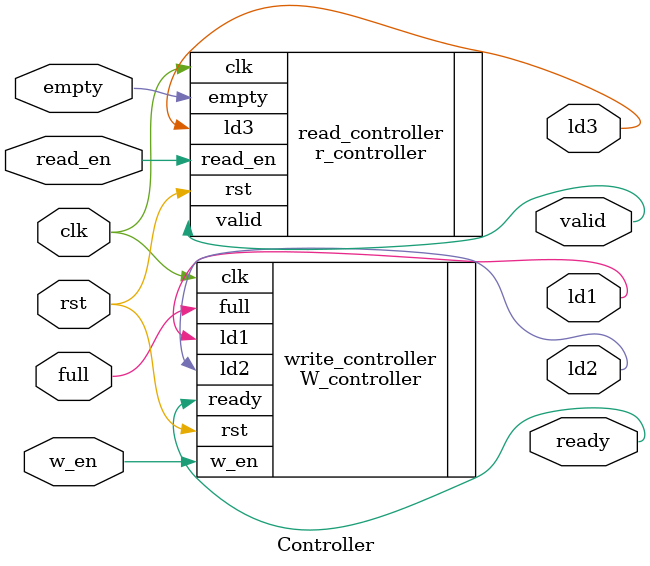
<source format=v>
module Controller (
    input clk,
    input rst,
    input full,
    input w_en,
    output ready,
    output ld1,
    output ld2,
    input read_en,
    input empty,
    output valid,
    output ld3
);

    W_controller write_controller
    (
        .clk(clk),
        .rst(rst),
        .full(full),
        .w_en(w_en),
        .ready(ready),
        .ld1(ld1),
        .ld2(ld2)
    );

    r_controller read_controller
    (
        .clk(clk),
        .rst(rst),
        .read_en(read_en),
        .empty(empty),
        .valid(valid),
        .ld3(ld3)
    );
    
endmodule
</source>
